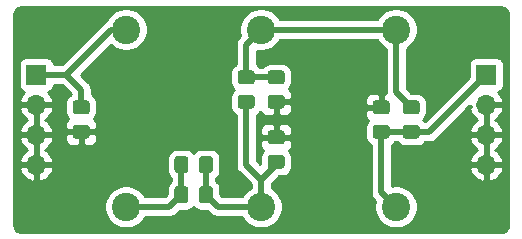
<source format=gbr>
%TF.GenerationSoftware,KiCad,Pcbnew,5.1.10*%
%TF.CreationDate,2021-06-16T13:21:42+02:00*%
%TF.ProjectId,filter,66696c74-6572-42e6-9b69-6361645f7063,rev?*%
%TF.SameCoordinates,Original*%
%TF.FileFunction,Copper,L1,Top*%
%TF.FilePolarity,Positive*%
%FSLAX46Y46*%
G04 Gerber Fmt 4.6, Leading zero omitted, Abs format (unit mm)*
G04 Created by KiCad (PCBNEW 5.1.10) date 2021-06-16 13:21:42*
%MOMM*%
%LPD*%
G01*
G04 APERTURE LIST*
%TA.AperFunction,ComponentPad*%
%ADD10C,2.400000*%
%TD*%
%TA.AperFunction,ComponentPad*%
%ADD11R,1.700000X1.700000*%
%TD*%
%TA.AperFunction,ComponentPad*%
%ADD12O,1.700000X1.700000*%
%TD*%
%TA.AperFunction,ViaPad*%
%ADD13C,0.800000*%
%TD*%
%TA.AperFunction,Conductor*%
%ADD14C,0.500000*%
%TD*%
%TA.AperFunction,Conductor*%
%ADD15C,0.254000*%
%TD*%
%TA.AperFunction,Conductor*%
%ADD16C,0.100000*%
%TD*%
G04 APERTURE END LIST*
D10*
%TO.P,L1,2*%
%TO.N,Net-(C1-Pad2)*%
X170180000Y-92470000D03*
%TO.P,L1,1*%
%TO.N,Net-(C1-Pad1)*%
X170180000Y-77470000D03*
%TD*%
%TO.P,C2,1*%
%TO.N,GND*%
%TA.AperFunction,SMDPad,CuDef*%
G36*
G01*
X168435000Y-83465000D02*
X169385000Y-83465000D01*
G75*
G02*
X169635000Y-83715000I0J-250000D01*
G01*
X169635000Y-84390000D01*
G75*
G02*
X169385000Y-84640000I-250000J0D01*
G01*
X168435000Y-84640000D01*
G75*
G02*
X168185000Y-84390000I0J250000D01*
G01*
X168185000Y-83715000D01*
G75*
G02*
X168435000Y-83465000I250000J0D01*
G01*
G37*
%TD.AperFunction*%
%TO.P,C2,2*%
%TO.N,Net-(C1-Pad2)*%
%TA.AperFunction,SMDPad,CuDef*%
G36*
G01*
X168435000Y-85540000D02*
X169385000Y-85540000D01*
G75*
G02*
X169635000Y-85790000I0J-250000D01*
G01*
X169635000Y-86465000D01*
G75*
G02*
X169385000Y-86715000I-250000J0D01*
G01*
X168435000Y-86715000D01*
G75*
G02*
X168185000Y-86465000I0J250000D01*
G01*
X168185000Y-85790000D01*
G75*
G02*
X168435000Y-85540000I250000J0D01*
G01*
G37*
%TD.AperFunction*%
%TD*%
%TO.P,C1,2*%
%TO.N,Net-(C1-Pad2)*%
%TA.AperFunction,SMDPad,CuDef*%
G36*
G01*
X170975000Y-85540000D02*
X171925000Y-85540000D01*
G75*
G02*
X172175000Y-85790000I0J-250000D01*
G01*
X172175000Y-86465000D01*
G75*
G02*
X171925000Y-86715000I-250000J0D01*
G01*
X170975000Y-86715000D01*
G75*
G02*
X170725000Y-86465000I0J250000D01*
G01*
X170725000Y-85790000D01*
G75*
G02*
X170975000Y-85540000I250000J0D01*
G01*
G37*
%TD.AperFunction*%
%TO.P,C1,1*%
%TO.N,Net-(C1-Pad1)*%
%TA.AperFunction,SMDPad,CuDef*%
G36*
G01*
X170975000Y-83465000D02*
X171925000Y-83465000D01*
G75*
G02*
X172175000Y-83715000I0J-250000D01*
G01*
X172175000Y-84390000D01*
G75*
G02*
X171925000Y-84640000I-250000J0D01*
G01*
X170975000Y-84640000D01*
G75*
G02*
X170725000Y-84390000I0J250000D01*
G01*
X170725000Y-83715000D01*
G75*
G02*
X170975000Y-83465000I250000J0D01*
G01*
G37*
%TD.AperFunction*%
%TD*%
%TO.P,L101,1*%
%TO.N,Net-(C104-Pad1)*%
X147320000Y-77470000D03*
%TO.P,L101,2*%
%TO.N,Net-(C101-Pad2)*%
X147320000Y-92470000D03*
%TD*%
%TO.P,C101,1*%
%TO.N,Net-(C101-Pad1)*%
%TA.AperFunction,SMDPad,CuDef*%
G36*
G01*
X154660000Y-90965000D02*
X154660000Y-91915000D01*
G75*
G02*
X154410000Y-92165000I-250000J0D01*
G01*
X153735000Y-92165000D01*
G75*
G02*
X153485000Y-91915000I0J250000D01*
G01*
X153485000Y-90965000D01*
G75*
G02*
X153735000Y-90715000I250000J0D01*
G01*
X154410000Y-90715000D01*
G75*
G02*
X154660000Y-90965000I0J-250000D01*
G01*
G37*
%TD.AperFunction*%
%TO.P,C101,2*%
%TO.N,Net-(C101-Pad2)*%
%TA.AperFunction,SMDPad,CuDef*%
G36*
G01*
X152585000Y-90965000D02*
X152585000Y-91915000D01*
G75*
G02*
X152335000Y-92165000I-250000J0D01*
G01*
X151660000Y-92165000D01*
G75*
G02*
X151410000Y-91915000I0J250000D01*
G01*
X151410000Y-90965000D01*
G75*
G02*
X151660000Y-90715000I250000J0D01*
G01*
X152335000Y-90715000D01*
G75*
G02*
X152585000Y-90965000I0J-250000D01*
G01*
G37*
%TD.AperFunction*%
%TD*%
%TO.P,C102,1*%
%TO.N,Net-(C101-Pad1)*%
%TA.AperFunction,SMDPad,CuDef*%
G36*
G01*
X157955000Y-84175000D02*
X157005000Y-84175000D01*
G75*
G02*
X156755000Y-83925000I0J250000D01*
G01*
X156755000Y-83250000D01*
G75*
G02*
X157005000Y-83000000I250000J0D01*
G01*
X157955000Y-83000000D01*
G75*
G02*
X158205000Y-83250000I0J-250000D01*
G01*
X158205000Y-83925000D01*
G75*
G02*
X157955000Y-84175000I-250000J0D01*
G01*
G37*
%TD.AperFunction*%
%TO.P,C102,2*%
%TO.N,Net-(C1-Pad1)*%
%TA.AperFunction,SMDPad,CuDef*%
G36*
G01*
X157955000Y-82100000D02*
X157005000Y-82100000D01*
G75*
G02*
X156755000Y-81850000I0J250000D01*
G01*
X156755000Y-81175000D01*
G75*
G02*
X157005000Y-80925000I250000J0D01*
G01*
X157955000Y-80925000D01*
G75*
G02*
X158205000Y-81175000I0J-250000D01*
G01*
X158205000Y-81850000D01*
G75*
G02*
X157955000Y-82100000I-250000J0D01*
G01*
G37*
%TD.AperFunction*%
%TD*%
%TO.P,C103,2*%
%TO.N,Net-(C101-Pad2)*%
%TA.AperFunction,SMDPad,CuDef*%
G36*
G01*
X152585000Y-88425000D02*
X152585000Y-89375000D01*
G75*
G02*
X152335000Y-89625000I-250000J0D01*
G01*
X151660000Y-89625000D01*
G75*
G02*
X151410000Y-89375000I0J250000D01*
G01*
X151410000Y-88425000D01*
G75*
G02*
X151660000Y-88175000I250000J0D01*
G01*
X152335000Y-88175000D01*
G75*
G02*
X152585000Y-88425000I0J-250000D01*
G01*
G37*
%TD.AperFunction*%
%TO.P,C103,1*%
%TO.N,Net-(C101-Pad1)*%
%TA.AperFunction,SMDPad,CuDef*%
G36*
G01*
X154660000Y-88425000D02*
X154660000Y-89375000D01*
G75*
G02*
X154410000Y-89625000I-250000J0D01*
G01*
X153735000Y-89625000D01*
G75*
G02*
X153485000Y-89375000I0J250000D01*
G01*
X153485000Y-88425000D01*
G75*
G02*
X153735000Y-88175000I250000J0D01*
G01*
X154410000Y-88175000D01*
G75*
G02*
X154660000Y-88425000I0J-250000D01*
G01*
G37*
%TD.AperFunction*%
%TD*%
%TO.P,C104,1*%
%TO.N,Net-(C104-Pad1)*%
%TA.AperFunction,SMDPad,CuDef*%
G36*
G01*
X143035000Y-83465000D02*
X143985000Y-83465000D01*
G75*
G02*
X144235000Y-83715000I0J-250000D01*
G01*
X144235000Y-84390000D01*
G75*
G02*
X143985000Y-84640000I-250000J0D01*
G01*
X143035000Y-84640000D01*
G75*
G02*
X142785000Y-84390000I0J250000D01*
G01*
X142785000Y-83715000D01*
G75*
G02*
X143035000Y-83465000I250000J0D01*
G01*
G37*
%TD.AperFunction*%
%TO.P,C104,2*%
%TO.N,GND*%
%TA.AperFunction,SMDPad,CuDef*%
G36*
G01*
X143035000Y-85540000D02*
X143985000Y-85540000D01*
G75*
G02*
X144235000Y-85790000I0J-250000D01*
G01*
X144235000Y-86465000D01*
G75*
G02*
X143985000Y-86715000I-250000J0D01*
G01*
X143035000Y-86715000D01*
G75*
G02*
X142785000Y-86465000I0J250000D01*
G01*
X142785000Y-85790000D01*
G75*
G02*
X143035000Y-85540000I250000J0D01*
G01*
G37*
%TD.AperFunction*%
%TD*%
%TO.P,C105,2*%
%TO.N,Net-(C101-Pad1)*%
%TA.AperFunction,SMDPad,CuDef*%
G36*
G01*
X159545000Y-88080000D02*
X160495000Y-88080000D01*
G75*
G02*
X160745000Y-88330000I0J-250000D01*
G01*
X160745000Y-89005000D01*
G75*
G02*
X160495000Y-89255000I-250000J0D01*
G01*
X159545000Y-89255000D01*
G75*
G02*
X159295000Y-89005000I0J250000D01*
G01*
X159295000Y-88330000D01*
G75*
G02*
X159545000Y-88080000I250000J0D01*
G01*
G37*
%TD.AperFunction*%
%TO.P,C105,1*%
%TO.N,GND*%
%TA.AperFunction,SMDPad,CuDef*%
G36*
G01*
X159545000Y-86005000D02*
X160495000Y-86005000D01*
G75*
G02*
X160745000Y-86255000I0J-250000D01*
G01*
X160745000Y-86930000D01*
G75*
G02*
X160495000Y-87180000I-250000J0D01*
G01*
X159545000Y-87180000D01*
G75*
G02*
X159295000Y-86930000I0J250000D01*
G01*
X159295000Y-86255000D01*
G75*
G02*
X159545000Y-86005000I250000J0D01*
G01*
G37*
%TD.AperFunction*%
%TD*%
%TO.P,C106,2*%
%TO.N,Net-(C1-Pad1)*%
%TA.AperFunction,SMDPad,CuDef*%
G36*
G01*
X160495000Y-82100000D02*
X159545000Y-82100000D01*
G75*
G02*
X159295000Y-81850000I0J250000D01*
G01*
X159295000Y-81175000D01*
G75*
G02*
X159545000Y-80925000I250000J0D01*
G01*
X160495000Y-80925000D01*
G75*
G02*
X160745000Y-81175000I0J-250000D01*
G01*
X160745000Y-81850000D01*
G75*
G02*
X160495000Y-82100000I-250000J0D01*
G01*
G37*
%TD.AperFunction*%
%TO.P,C106,1*%
%TO.N,GND*%
%TA.AperFunction,SMDPad,CuDef*%
G36*
G01*
X160495000Y-84175000D02*
X159545000Y-84175000D01*
G75*
G02*
X159295000Y-83925000I0J250000D01*
G01*
X159295000Y-83250000D01*
G75*
G02*
X159545000Y-83000000I250000J0D01*
G01*
X160495000Y-83000000D01*
G75*
G02*
X160745000Y-83250000I0J-250000D01*
G01*
X160745000Y-83925000D01*
G75*
G02*
X160495000Y-84175000I-250000J0D01*
G01*
G37*
%TD.AperFunction*%
%TD*%
D11*
%TO.P,J101,1*%
%TO.N,Net-(C104-Pad1)*%
X139700000Y-81280000D03*
D12*
%TO.P,J101,2*%
%TO.N,GND*%
X139700000Y-83820000D03*
%TO.P,J101,3*%
X139700000Y-86360000D03*
%TO.P,J101,4*%
X139700000Y-88900000D03*
%TD*%
%TO.P,J102,4*%
%TO.N,GND*%
X177800000Y-88900000D03*
%TO.P,J102,3*%
X177800000Y-86360000D03*
%TO.P,J102,2*%
X177800000Y-83820000D03*
D11*
%TO.P,J102,1*%
%TO.N,Net-(C1-Pad2)*%
X177800000Y-81280000D03*
%TD*%
D10*
%TO.P,L102,2*%
%TO.N,Net-(C1-Pad1)*%
X158750000Y-77470000D03*
%TO.P,L102,1*%
%TO.N,Net-(C101-Pad1)*%
X158750000Y-92470000D03*
%TD*%
D13*
%TO.N,GND*%
X177800000Y-77470000D03*
X177800000Y-92710000D03*
X139700000Y-92710000D03*
X139700000Y-77470000D03*
X149860000Y-77470000D03*
X144780000Y-92710000D03*
X154940000Y-77470000D03*
X162560000Y-92710000D03*
X167640000Y-92710000D03*
X172720000Y-77470000D03*
%TD*%
D14*
%TO.N,Net-(C101-Pad1)*%
X154072500Y-88900000D02*
X154072500Y-91440000D01*
X155102500Y-92470000D02*
X154072500Y-91440000D01*
X158750000Y-90170000D02*
X158750000Y-92470000D01*
X157480000Y-88900000D02*
X158750000Y-90170000D01*
X157480000Y-83587500D02*
X157480000Y-88900000D01*
X158750000Y-90170000D02*
X160020000Y-88900000D01*
X160020000Y-88900000D02*
X160020000Y-88667500D01*
X158750000Y-92470000D02*
X155102500Y-92470000D01*
%TO.N,Net-(C101-Pad2)*%
X150967500Y-92470000D02*
X151997500Y-91440000D01*
X151997500Y-88900000D02*
X151997500Y-91440000D01*
X147320000Y-92470000D02*
X150967500Y-92470000D01*
%TO.N,Net-(C1-Pad1)*%
X157480000Y-78740000D02*
X158750000Y-77470000D01*
X157480000Y-81512500D02*
X157480000Y-78740000D01*
X157480000Y-81512500D02*
X160020000Y-81512500D01*
%TO.N,Net-(C104-Pad1)*%
X143510000Y-82550000D02*
X143510000Y-84052500D01*
X142240000Y-81280000D02*
X143510000Y-82550000D01*
X139700000Y-81280000D02*
X142240000Y-81280000D01*
X146050000Y-77470000D02*
X147320000Y-77470000D01*
X142240000Y-81280000D02*
X146050000Y-77470000D01*
%TO.N,Net-(C1-Pad2)*%
X168910000Y-86127500D02*
X171450000Y-86127500D01*
X168910000Y-91200000D02*
X170180000Y-92470000D01*
X168910000Y-86127500D02*
X168910000Y-91200000D01*
X172952500Y-86127500D02*
X177800000Y-81280000D01*
X171450000Y-86127500D02*
X172952500Y-86127500D01*
%TO.N,Net-(C1-Pad1)*%
X158750000Y-77470000D02*
X170180000Y-77470000D01*
X170180000Y-82782500D02*
X171450000Y-84052500D01*
X170180000Y-77470000D02*
X170180000Y-82782500D01*
%TD*%
D15*
%TO.N,GND*%
X179187869Y-75604722D02*
X179301246Y-75638953D01*
X179405819Y-75694555D01*
X179497596Y-75769407D01*
X179573091Y-75860664D01*
X179629419Y-75964844D01*
X179664440Y-76077976D01*
X179680001Y-76226031D01*
X179680000Y-93947721D01*
X179665278Y-94097869D01*
X179631047Y-94211246D01*
X179575446Y-94315817D01*
X179500594Y-94407595D01*
X179409335Y-94483091D01*
X179305160Y-94539419D01*
X179192024Y-94574440D01*
X179043979Y-94590000D01*
X138462279Y-94590000D01*
X138312131Y-94575278D01*
X138198754Y-94541047D01*
X138094183Y-94485446D01*
X138002405Y-94410594D01*
X137926909Y-94319335D01*
X137870581Y-94215160D01*
X137835560Y-94102024D01*
X137820000Y-93953979D01*
X137820000Y-92289268D01*
X145485000Y-92289268D01*
X145485000Y-92650732D01*
X145555518Y-93005250D01*
X145693844Y-93339199D01*
X145894662Y-93639744D01*
X146150256Y-93895338D01*
X146450801Y-94096156D01*
X146784750Y-94234482D01*
X147139268Y-94305000D01*
X147500732Y-94305000D01*
X147855250Y-94234482D01*
X148189199Y-94096156D01*
X148489744Y-93895338D01*
X148745338Y-93639744D01*
X148935598Y-93355000D01*
X150924031Y-93355000D01*
X150967500Y-93359281D01*
X151010969Y-93355000D01*
X151010977Y-93355000D01*
X151140990Y-93342195D01*
X151307813Y-93291589D01*
X151461559Y-93209411D01*
X151596317Y-93098817D01*
X151624034Y-93065044D01*
X151886006Y-92803072D01*
X152335000Y-92803072D01*
X152508254Y-92786008D01*
X152674850Y-92735472D01*
X152828386Y-92653405D01*
X152962962Y-92542962D01*
X153035000Y-92455183D01*
X153107038Y-92542962D01*
X153241614Y-92653405D01*
X153395150Y-92735472D01*
X153561746Y-92786008D01*
X153735000Y-92803072D01*
X154183993Y-92803072D01*
X154445970Y-93065049D01*
X154473683Y-93098817D01*
X154507451Y-93126530D01*
X154507453Y-93126532D01*
X154578952Y-93185210D01*
X154608441Y-93209411D01*
X154762187Y-93291589D01*
X154867761Y-93323615D01*
X154929009Y-93342195D01*
X154943806Y-93343652D01*
X155059023Y-93355000D01*
X155059031Y-93355000D01*
X155102500Y-93359281D01*
X155145969Y-93355000D01*
X157134402Y-93355000D01*
X157324662Y-93639744D01*
X157580256Y-93895338D01*
X157880801Y-94096156D01*
X158214750Y-94234482D01*
X158569268Y-94305000D01*
X158930732Y-94305000D01*
X159285250Y-94234482D01*
X159619199Y-94096156D01*
X159919744Y-93895338D01*
X160175338Y-93639744D01*
X160376156Y-93339199D01*
X160514482Y-93005250D01*
X160585000Y-92650732D01*
X160585000Y-92289268D01*
X160514482Y-91934750D01*
X160376156Y-91600801D01*
X160175338Y-91300256D01*
X159919744Y-91044662D01*
X159635000Y-90854402D01*
X159635000Y-90536578D01*
X160278507Y-89893072D01*
X160495000Y-89893072D01*
X160668254Y-89876008D01*
X160834850Y-89825472D01*
X160988386Y-89743405D01*
X161122962Y-89632962D01*
X161233405Y-89498386D01*
X161315472Y-89344850D01*
X161366008Y-89178254D01*
X161383072Y-89005000D01*
X161383072Y-88330000D01*
X161366008Y-88156746D01*
X161315472Y-87990150D01*
X161233405Y-87836614D01*
X161122962Y-87702038D01*
X161116406Y-87696658D01*
X161196185Y-87631185D01*
X161275537Y-87534494D01*
X161334502Y-87424180D01*
X161370812Y-87304482D01*
X161383072Y-87180000D01*
X161380000Y-86878250D01*
X161221250Y-86719500D01*
X160147000Y-86719500D01*
X160147000Y-86739500D01*
X159893000Y-86739500D01*
X159893000Y-86719500D01*
X158818750Y-86719500D01*
X158660000Y-86878250D01*
X158656928Y-87180000D01*
X158669188Y-87304482D01*
X158705498Y-87424180D01*
X158764463Y-87534494D01*
X158843815Y-87631185D01*
X158923594Y-87696658D01*
X158917038Y-87702038D01*
X158806595Y-87836614D01*
X158724528Y-87990150D01*
X158673992Y-88156746D01*
X158656928Y-88330000D01*
X158656928Y-88825350D01*
X158365000Y-88533422D01*
X158365000Y-86005000D01*
X158656928Y-86005000D01*
X158660000Y-86306750D01*
X158818750Y-86465500D01*
X159893000Y-86465500D01*
X159893000Y-85528750D01*
X160147000Y-85528750D01*
X160147000Y-86465500D01*
X161221250Y-86465500D01*
X161380000Y-86306750D01*
X161383072Y-86005000D01*
X161370812Y-85880518D01*
X161334502Y-85760820D01*
X161275537Y-85650506D01*
X161196185Y-85553815D01*
X161099494Y-85474463D01*
X160989180Y-85415498D01*
X160869482Y-85379188D01*
X160745000Y-85366928D01*
X160305750Y-85370000D01*
X160147000Y-85528750D01*
X159893000Y-85528750D01*
X159734250Y-85370000D01*
X159295000Y-85366928D01*
X159170518Y-85379188D01*
X159050820Y-85415498D01*
X158940506Y-85474463D01*
X158843815Y-85553815D01*
X158764463Y-85650506D01*
X158705498Y-85760820D01*
X158669188Y-85880518D01*
X158656928Y-86005000D01*
X158365000Y-86005000D01*
X158365000Y-84707976D01*
X158448386Y-84663405D01*
X158582962Y-84552962D01*
X158693405Y-84418386D01*
X158700966Y-84404240D01*
X158705498Y-84419180D01*
X158764463Y-84529494D01*
X158843815Y-84626185D01*
X158940506Y-84705537D01*
X159050820Y-84764502D01*
X159170518Y-84800812D01*
X159295000Y-84813072D01*
X159734250Y-84810000D01*
X159893000Y-84651250D01*
X159893000Y-83714500D01*
X160147000Y-83714500D01*
X160147000Y-84651250D01*
X160305750Y-84810000D01*
X160745000Y-84813072D01*
X160869482Y-84800812D01*
X160989180Y-84764502D01*
X161099494Y-84705537D01*
X161196185Y-84626185D01*
X161275537Y-84529494D01*
X161334502Y-84419180D01*
X161370812Y-84299482D01*
X161383072Y-84175000D01*
X161380000Y-83873250D01*
X161221250Y-83714500D01*
X160147000Y-83714500D01*
X159893000Y-83714500D01*
X159873000Y-83714500D01*
X159873000Y-83465000D01*
X167546928Y-83465000D01*
X167550000Y-83766750D01*
X167708750Y-83925500D01*
X168783000Y-83925500D01*
X168783000Y-82988750D01*
X168624250Y-82830000D01*
X168185000Y-82826928D01*
X168060518Y-82839188D01*
X167940820Y-82875498D01*
X167830506Y-82934463D01*
X167733815Y-83013815D01*
X167654463Y-83110506D01*
X167595498Y-83220820D01*
X167559188Y-83340518D01*
X167546928Y-83465000D01*
X159873000Y-83465000D01*
X159873000Y-83460500D01*
X159893000Y-83460500D01*
X159893000Y-83440500D01*
X160147000Y-83440500D01*
X160147000Y-83460500D01*
X161221250Y-83460500D01*
X161380000Y-83301750D01*
X161383072Y-83000000D01*
X161370812Y-82875518D01*
X161334502Y-82755820D01*
X161275537Y-82645506D01*
X161196185Y-82548815D01*
X161116406Y-82483342D01*
X161122962Y-82477962D01*
X161233405Y-82343386D01*
X161315472Y-82189850D01*
X161366008Y-82023254D01*
X161383072Y-81850000D01*
X161383072Y-81175000D01*
X161366008Y-81001746D01*
X161315472Y-80835150D01*
X161233405Y-80681614D01*
X161122962Y-80547038D01*
X160988386Y-80436595D01*
X160834850Y-80354528D01*
X160668254Y-80303992D01*
X160495000Y-80286928D01*
X159545000Y-80286928D01*
X159371746Y-80303992D01*
X159205150Y-80354528D01*
X159051614Y-80436595D01*
X158917038Y-80547038D01*
X158851005Y-80627500D01*
X158648995Y-80627500D01*
X158582962Y-80547038D01*
X158448386Y-80436595D01*
X158365000Y-80392024D01*
X158365000Y-79264369D01*
X158569268Y-79305000D01*
X158930732Y-79305000D01*
X159285250Y-79234482D01*
X159619199Y-79096156D01*
X159919744Y-78895338D01*
X160175338Y-78639744D01*
X160365598Y-78355000D01*
X168564402Y-78355000D01*
X168754662Y-78639744D01*
X169010256Y-78895338D01*
X169295000Y-79085598D01*
X169295001Y-82739021D01*
X169290719Y-82782500D01*
X169295328Y-82829304D01*
X169195750Y-82830000D01*
X169037000Y-82988750D01*
X169037000Y-83925500D01*
X169057000Y-83925500D01*
X169057000Y-84179500D01*
X169037000Y-84179500D01*
X169037000Y-84199500D01*
X168783000Y-84199500D01*
X168783000Y-84179500D01*
X167708750Y-84179500D01*
X167550000Y-84338250D01*
X167546928Y-84640000D01*
X167559188Y-84764482D01*
X167595498Y-84884180D01*
X167654463Y-84994494D01*
X167733815Y-85091185D01*
X167813594Y-85156658D01*
X167807038Y-85162038D01*
X167696595Y-85296614D01*
X167614528Y-85450150D01*
X167563992Y-85616746D01*
X167546928Y-85790000D01*
X167546928Y-86465000D01*
X167563992Y-86638254D01*
X167614528Y-86804850D01*
X167696595Y-86958386D01*
X167807038Y-87092962D01*
X167941614Y-87203405D01*
X168025000Y-87247976D01*
X168025001Y-91156521D01*
X168020719Y-91200000D01*
X168037805Y-91373490D01*
X168088412Y-91540313D01*
X168170590Y-91694059D01*
X168253468Y-91795046D01*
X168253471Y-91795049D01*
X168281184Y-91828817D01*
X168314951Y-91856529D01*
X168411811Y-91953389D01*
X168345000Y-92289268D01*
X168345000Y-92650732D01*
X168415518Y-93005250D01*
X168553844Y-93339199D01*
X168754662Y-93639744D01*
X169010256Y-93895338D01*
X169310801Y-94096156D01*
X169644750Y-94234482D01*
X169999268Y-94305000D01*
X170360732Y-94305000D01*
X170715250Y-94234482D01*
X171049199Y-94096156D01*
X171349744Y-93895338D01*
X171605338Y-93639744D01*
X171806156Y-93339199D01*
X171944482Y-93005250D01*
X172015000Y-92650732D01*
X172015000Y-92289268D01*
X171944482Y-91934750D01*
X171806156Y-91600801D01*
X171605338Y-91300256D01*
X171349744Y-91044662D01*
X171049199Y-90843844D01*
X170715250Y-90705518D01*
X170360732Y-90635000D01*
X169999268Y-90635000D01*
X169795000Y-90675631D01*
X169795000Y-89256890D01*
X176358524Y-89256890D01*
X176403175Y-89404099D01*
X176528359Y-89666920D01*
X176702412Y-89900269D01*
X176918645Y-90095178D01*
X177168748Y-90244157D01*
X177443109Y-90341481D01*
X177673000Y-90220814D01*
X177673000Y-89027000D01*
X177927000Y-89027000D01*
X177927000Y-90220814D01*
X178156891Y-90341481D01*
X178431252Y-90244157D01*
X178681355Y-90095178D01*
X178897588Y-89900269D01*
X179071641Y-89666920D01*
X179196825Y-89404099D01*
X179241476Y-89256890D01*
X179120155Y-89027000D01*
X177927000Y-89027000D01*
X177673000Y-89027000D01*
X176479845Y-89027000D01*
X176358524Y-89256890D01*
X169795000Y-89256890D01*
X169795000Y-87247976D01*
X169878386Y-87203405D01*
X170012962Y-87092962D01*
X170078995Y-87012500D01*
X170281005Y-87012500D01*
X170347038Y-87092962D01*
X170481614Y-87203405D01*
X170635150Y-87285472D01*
X170801746Y-87336008D01*
X170975000Y-87353072D01*
X171925000Y-87353072D01*
X172098254Y-87336008D01*
X172264850Y-87285472D01*
X172418386Y-87203405D01*
X172552962Y-87092962D01*
X172618995Y-87012500D01*
X172909031Y-87012500D01*
X172952500Y-87016781D01*
X172995969Y-87012500D01*
X172995977Y-87012500D01*
X173125990Y-86999695D01*
X173292813Y-86949089D01*
X173446559Y-86866911D01*
X173581317Y-86756317D01*
X173609034Y-86722544D01*
X173614688Y-86716890D01*
X176358524Y-86716890D01*
X176403175Y-86864099D01*
X176528359Y-87126920D01*
X176702412Y-87360269D01*
X176918645Y-87555178D01*
X177044255Y-87630000D01*
X176918645Y-87704822D01*
X176702412Y-87899731D01*
X176528359Y-88133080D01*
X176403175Y-88395901D01*
X176358524Y-88543110D01*
X176479845Y-88773000D01*
X177673000Y-88773000D01*
X177673000Y-86487000D01*
X177927000Y-86487000D01*
X177927000Y-88773000D01*
X179120155Y-88773000D01*
X179241476Y-88543110D01*
X179196825Y-88395901D01*
X179071641Y-88133080D01*
X178897588Y-87899731D01*
X178681355Y-87704822D01*
X178555745Y-87630000D01*
X178681355Y-87555178D01*
X178897588Y-87360269D01*
X179071641Y-87126920D01*
X179196825Y-86864099D01*
X179241476Y-86716890D01*
X179120155Y-86487000D01*
X177927000Y-86487000D01*
X177673000Y-86487000D01*
X176479845Y-86487000D01*
X176358524Y-86716890D01*
X173614688Y-86716890D01*
X176384577Y-83947002D01*
X176479844Y-83947002D01*
X176358524Y-84176890D01*
X176403175Y-84324099D01*
X176528359Y-84586920D01*
X176702412Y-84820269D01*
X176918645Y-85015178D01*
X177044255Y-85090000D01*
X176918645Y-85164822D01*
X176702412Y-85359731D01*
X176528359Y-85593080D01*
X176403175Y-85855901D01*
X176358524Y-86003110D01*
X176479845Y-86233000D01*
X177673000Y-86233000D01*
X177673000Y-83947000D01*
X177927000Y-83947000D01*
X177927000Y-86233000D01*
X179120155Y-86233000D01*
X179241476Y-86003110D01*
X179196825Y-85855901D01*
X179071641Y-85593080D01*
X178897588Y-85359731D01*
X178681355Y-85164822D01*
X178555745Y-85090000D01*
X178681355Y-85015178D01*
X178897588Y-84820269D01*
X179071641Y-84586920D01*
X179196825Y-84324099D01*
X179241476Y-84176890D01*
X179120155Y-83947000D01*
X177927000Y-83947000D01*
X177673000Y-83947000D01*
X177653000Y-83947000D01*
X177653000Y-83693000D01*
X177673000Y-83693000D01*
X177673000Y-83673000D01*
X177927000Y-83673000D01*
X177927000Y-83693000D01*
X179120155Y-83693000D01*
X179241476Y-83463110D01*
X179196825Y-83315901D01*
X179071641Y-83053080D01*
X178897588Y-82819731D01*
X178813534Y-82743966D01*
X178894180Y-82719502D01*
X179004494Y-82660537D01*
X179101185Y-82581185D01*
X179180537Y-82484494D01*
X179239502Y-82374180D01*
X179275812Y-82254482D01*
X179288072Y-82130000D01*
X179288072Y-80430000D01*
X179275812Y-80305518D01*
X179239502Y-80185820D01*
X179180537Y-80075506D01*
X179101185Y-79978815D01*
X179004494Y-79899463D01*
X178894180Y-79840498D01*
X178774482Y-79804188D01*
X178650000Y-79791928D01*
X176950000Y-79791928D01*
X176825518Y-79804188D01*
X176705820Y-79840498D01*
X176595506Y-79899463D01*
X176498815Y-79978815D01*
X176419463Y-80075506D01*
X176360498Y-80185820D01*
X176324188Y-80305518D01*
X176311928Y-80430000D01*
X176311928Y-81516493D01*
X172604087Y-85224335D01*
X172552962Y-85162038D01*
X172465183Y-85090000D01*
X172552962Y-85017962D01*
X172663405Y-84883386D01*
X172745472Y-84729850D01*
X172796008Y-84563254D01*
X172813072Y-84390000D01*
X172813072Y-83715000D01*
X172796008Y-83541746D01*
X172745472Y-83375150D01*
X172663405Y-83221614D01*
X172552962Y-83087038D01*
X172418386Y-82976595D01*
X172264850Y-82894528D01*
X172098254Y-82843992D01*
X171925000Y-82826928D01*
X171476007Y-82826928D01*
X171065000Y-82415922D01*
X171065000Y-79085598D01*
X171349744Y-78895338D01*
X171605338Y-78639744D01*
X171806156Y-78339199D01*
X171944482Y-78005250D01*
X172015000Y-77650732D01*
X172015000Y-77289268D01*
X171944482Y-76934750D01*
X171806156Y-76600801D01*
X171605338Y-76300256D01*
X171349744Y-76044662D01*
X171049199Y-75843844D01*
X170715250Y-75705518D01*
X170360732Y-75635000D01*
X169999268Y-75635000D01*
X169644750Y-75705518D01*
X169310801Y-75843844D01*
X169010256Y-76044662D01*
X168754662Y-76300256D01*
X168564402Y-76585000D01*
X160365598Y-76585000D01*
X160175338Y-76300256D01*
X159919744Y-76044662D01*
X159619199Y-75843844D01*
X159285250Y-75705518D01*
X158930732Y-75635000D01*
X158569268Y-75635000D01*
X158214750Y-75705518D01*
X157880801Y-75843844D01*
X157580256Y-76044662D01*
X157324662Y-76300256D01*
X157123844Y-76600801D01*
X156985518Y-76934750D01*
X156915000Y-77289268D01*
X156915000Y-77650732D01*
X156981811Y-77986611D01*
X156884951Y-78083471D01*
X156851184Y-78111183D01*
X156823471Y-78144951D01*
X156823468Y-78144954D01*
X156740590Y-78245941D01*
X156658412Y-78399687D01*
X156607805Y-78566510D01*
X156590719Y-78740000D01*
X156595001Y-78783479D01*
X156595000Y-80392024D01*
X156511614Y-80436595D01*
X156377038Y-80547038D01*
X156266595Y-80681614D01*
X156184528Y-80835150D01*
X156133992Y-81001746D01*
X156116928Y-81175000D01*
X156116928Y-81850000D01*
X156133992Y-82023254D01*
X156184528Y-82189850D01*
X156266595Y-82343386D01*
X156377038Y-82477962D01*
X156464817Y-82550000D01*
X156377038Y-82622038D01*
X156266595Y-82756614D01*
X156184528Y-82910150D01*
X156133992Y-83076746D01*
X156116928Y-83250000D01*
X156116928Y-83925000D01*
X156133992Y-84098254D01*
X156184528Y-84264850D01*
X156266595Y-84418386D01*
X156377038Y-84552962D01*
X156511614Y-84663405D01*
X156595000Y-84707976D01*
X156595001Y-88856521D01*
X156590719Y-88900000D01*
X156607805Y-89073490D01*
X156658412Y-89240313D01*
X156740590Y-89394059D01*
X156823468Y-89495046D01*
X156823469Y-89495047D01*
X156851184Y-89528817D01*
X156884951Y-89556529D01*
X157865000Y-90536579D01*
X157865000Y-90854402D01*
X157580256Y-91044662D01*
X157324662Y-91300256D01*
X157134402Y-91585000D01*
X155469079Y-91585000D01*
X155298072Y-91413993D01*
X155298072Y-90965000D01*
X155281008Y-90791746D01*
X155230472Y-90625150D01*
X155148405Y-90471614D01*
X155037962Y-90337038D01*
X154957500Y-90271005D01*
X154957500Y-90068995D01*
X155037962Y-90002962D01*
X155148405Y-89868386D01*
X155230472Y-89714850D01*
X155281008Y-89548254D01*
X155298072Y-89375000D01*
X155298072Y-88425000D01*
X155281008Y-88251746D01*
X155230472Y-88085150D01*
X155148405Y-87931614D01*
X155037962Y-87797038D01*
X154903386Y-87686595D01*
X154749850Y-87604528D01*
X154583254Y-87553992D01*
X154410000Y-87536928D01*
X153735000Y-87536928D01*
X153561746Y-87553992D01*
X153395150Y-87604528D01*
X153241614Y-87686595D01*
X153107038Y-87797038D01*
X153035000Y-87884817D01*
X152962962Y-87797038D01*
X152828386Y-87686595D01*
X152674850Y-87604528D01*
X152508254Y-87553992D01*
X152335000Y-87536928D01*
X151660000Y-87536928D01*
X151486746Y-87553992D01*
X151320150Y-87604528D01*
X151166614Y-87686595D01*
X151032038Y-87797038D01*
X150921595Y-87931614D01*
X150839528Y-88085150D01*
X150788992Y-88251746D01*
X150771928Y-88425000D01*
X150771928Y-89375000D01*
X150788992Y-89548254D01*
X150839528Y-89714850D01*
X150921595Y-89868386D01*
X151032038Y-90002962D01*
X151112500Y-90068995D01*
X151112501Y-90271005D01*
X151032038Y-90337038D01*
X150921595Y-90471614D01*
X150839528Y-90625150D01*
X150788992Y-90791746D01*
X150771928Y-90965000D01*
X150771928Y-91413994D01*
X150600922Y-91585000D01*
X148935598Y-91585000D01*
X148745338Y-91300256D01*
X148489744Y-91044662D01*
X148189199Y-90843844D01*
X147855250Y-90705518D01*
X147500732Y-90635000D01*
X147139268Y-90635000D01*
X146784750Y-90705518D01*
X146450801Y-90843844D01*
X146150256Y-91044662D01*
X145894662Y-91300256D01*
X145693844Y-91600801D01*
X145555518Y-91934750D01*
X145485000Y-92289268D01*
X137820000Y-92289268D01*
X137820000Y-89256890D01*
X138258524Y-89256890D01*
X138303175Y-89404099D01*
X138428359Y-89666920D01*
X138602412Y-89900269D01*
X138818645Y-90095178D01*
X139068748Y-90244157D01*
X139343109Y-90341481D01*
X139573000Y-90220814D01*
X139573000Y-89027000D01*
X139827000Y-89027000D01*
X139827000Y-90220814D01*
X140056891Y-90341481D01*
X140331252Y-90244157D01*
X140581355Y-90095178D01*
X140797588Y-89900269D01*
X140971641Y-89666920D01*
X141096825Y-89404099D01*
X141141476Y-89256890D01*
X141020155Y-89027000D01*
X139827000Y-89027000D01*
X139573000Y-89027000D01*
X138379845Y-89027000D01*
X138258524Y-89256890D01*
X137820000Y-89256890D01*
X137820000Y-86716890D01*
X138258524Y-86716890D01*
X138303175Y-86864099D01*
X138428359Y-87126920D01*
X138602412Y-87360269D01*
X138818645Y-87555178D01*
X138944255Y-87630000D01*
X138818645Y-87704822D01*
X138602412Y-87899731D01*
X138428359Y-88133080D01*
X138303175Y-88395901D01*
X138258524Y-88543110D01*
X138379845Y-88773000D01*
X139573000Y-88773000D01*
X139573000Y-86487000D01*
X139827000Y-86487000D01*
X139827000Y-88773000D01*
X141020155Y-88773000D01*
X141141476Y-88543110D01*
X141096825Y-88395901D01*
X140971641Y-88133080D01*
X140797588Y-87899731D01*
X140581355Y-87704822D01*
X140455745Y-87630000D01*
X140581355Y-87555178D01*
X140797588Y-87360269D01*
X140971641Y-87126920D01*
X141096825Y-86864099D01*
X141141476Y-86716890D01*
X141140479Y-86715000D01*
X142146928Y-86715000D01*
X142159188Y-86839482D01*
X142195498Y-86959180D01*
X142254463Y-87069494D01*
X142333815Y-87166185D01*
X142430506Y-87245537D01*
X142540820Y-87304502D01*
X142660518Y-87340812D01*
X142785000Y-87353072D01*
X143224250Y-87350000D01*
X143383000Y-87191250D01*
X143383000Y-86254500D01*
X143637000Y-86254500D01*
X143637000Y-87191250D01*
X143795750Y-87350000D01*
X144235000Y-87353072D01*
X144359482Y-87340812D01*
X144479180Y-87304502D01*
X144589494Y-87245537D01*
X144686185Y-87166185D01*
X144765537Y-87069494D01*
X144824502Y-86959180D01*
X144860812Y-86839482D01*
X144873072Y-86715000D01*
X144870000Y-86413250D01*
X144711250Y-86254500D01*
X143637000Y-86254500D01*
X143383000Y-86254500D01*
X142308750Y-86254500D01*
X142150000Y-86413250D01*
X142146928Y-86715000D01*
X141140479Y-86715000D01*
X141020155Y-86487000D01*
X139827000Y-86487000D01*
X139573000Y-86487000D01*
X138379845Y-86487000D01*
X138258524Y-86716890D01*
X137820000Y-86716890D01*
X137820000Y-84176890D01*
X138258524Y-84176890D01*
X138303175Y-84324099D01*
X138428359Y-84586920D01*
X138602412Y-84820269D01*
X138818645Y-85015178D01*
X138944255Y-85090000D01*
X138818645Y-85164822D01*
X138602412Y-85359731D01*
X138428359Y-85593080D01*
X138303175Y-85855901D01*
X138258524Y-86003110D01*
X138379845Y-86233000D01*
X139573000Y-86233000D01*
X139573000Y-83947000D01*
X139827000Y-83947000D01*
X139827000Y-86233000D01*
X141020155Y-86233000D01*
X141141476Y-86003110D01*
X141096825Y-85855901D01*
X140971641Y-85593080D01*
X140797588Y-85359731D01*
X140581355Y-85164822D01*
X140455745Y-85090000D01*
X140581355Y-85015178D01*
X140797588Y-84820269D01*
X140971641Y-84586920D01*
X141096825Y-84324099D01*
X141141476Y-84176890D01*
X141020155Y-83947000D01*
X139827000Y-83947000D01*
X139573000Y-83947000D01*
X138379845Y-83947000D01*
X138258524Y-84176890D01*
X137820000Y-84176890D01*
X137820000Y-80430000D01*
X138211928Y-80430000D01*
X138211928Y-82130000D01*
X138224188Y-82254482D01*
X138260498Y-82374180D01*
X138319463Y-82484494D01*
X138398815Y-82581185D01*
X138495506Y-82660537D01*
X138605820Y-82719502D01*
X138686466Y-82743966D01*
X138602412Y-82819731D01*
X138428359Y-83053080D01*
X138303175Y-83315901D01*
X138258524Y-83463110D01*
X138379845Y-83693000D01*
X139573000Y-83693000D01*
X139573000Y-83673000D01*
X139827000Y-83673000D01*
X139827000Y-83693000D01*
X141020155Y-83693000D01*
X141141476Y-83463110D01*
X141096825Y-83315901D01*
X140971641Y-83053080D01*
X140797588Y-82819731D01*
X140713534Y-82743966D01*
X140794180Y-82719502D01*
X140904494Y-82660537D01*
X141001185Y-82581185D01*
X141080537Y-82484494D01*
X141139502Y-82374180D01*
X141175812Y-82254482D01*
X141184625Y-82165000D01*
X141873422Y-82165000D01*
X142625000Y-82916579D01*
X142625000Y-82932024D01*
X142541614Y-82976595D01*
X142407038Y-83087038D01*
X142296595Y-83221614D01*
X142214528Y-83375150D01*
X142163992Y-83541746D01*
X142146928Y-83715000D01*
X142146928Y-84390000D01*
X142163992Y-84563254D01*
X142214528Y-84729850D01*
X142296595Y-84883386D01*
X142407038Y-85017962D01*
X142413594Y-85023342D01*
X142333815Y-85088815D01*
X142254463Y-85185506D01*
X142195498Y-85295820D01*
X142159188Y-85415518D01*
X142146928Y-85540000D01*
X142150000Y-85841750D01*
X142308750Y-86000500D01*
X143383000Y-86000500D01*
X143383000Y-85980500D01*
X143637000Y-85980500D01*
X143637000Y-86000500D01*
X144711250Y-86000500D01*
X144870000Y-85841750D01*
X144873072Y-85540000D01*
X144860812Y-85415518D01*
X144824502Y-85295820D01*
X144765537Y-85185506D01*
X144686185Y-85088815D01*
X144606406Y-85023342D01*
X144612962Y-85017962D01*
X144723405Y-84883386D01*
X144805472Y-84729850D01*
X144856008Y-84563254D01*
X144873072Y-84390000D01*
X144873072Y-83715000D01*
X144856008Y-83541746D01*
X144805472Y-83375150D01*
X144723405Y-83221614D01*
X144612962Y-83087038D01*
X144478386Y-82976595D01*
X144395000Y-82932024D01*
X144395000Y-82593465D01*
X144399281Y-82549999D01*
X144395000Y-82506533D01*
X144395000Y-82506523D01*
X144382195Y-82376510D01*
X144331589Y-82209687D01*
X144249411Y-82055941D01*
X144138817Y-81921183D01*
X144105050Y-81893471D01*
X143491578Y-81280000D01*
X146013248Y-78758330D01*
X146150256Y-78895338D01*
X146450801Y-79096156D01*
X146784750Y-79234482D01*
X147139268Y-79305000D01*
X147500732Y-79305000D01*
X147855250Y-79234482D01*
X148189199Y-79096156D01*
X148489744Y-78895338D01*
X148745338Y-78639744D01*
X148946156Y-78339199D01*
X149084482Y-78005250D01*
X149155000Y-77650732D01*
X149155000Y-77289268D01*
X149084482Y-76934750D01*
X148946156Y-76600801D01*
X148745338Y-76300256D01*
X148489744Y-76044662D01*
X148189199Y-75843844D01*
X147855250Y-75705518D01*
X147500732Y-75635000D01*
X147139268Y-75635000D01*
X146784750Y-75705518D01*
X146450801Y-75843844D01*
X146150256Y-76044662D01*
X145894662Y-76300256D01*
X145693844Y-76600801D01*
X145664011Y-76672825D01*
X145555941Y-76730589D01*
X145454953Y-76813468D01*
X145454951Y-76813470D01*
X145421183Y-76841183D01*
X145393470Y-76874951D01*
X141873422Y-80395000D01*
X141184625Y-80395000D01*
X141175812Y-80305518D01*
X141139502Y-80185820D01*
X141080537Y-80075506D01*
X141001185Y-79978815D01*
X140904494Y-79899463D01*
X140794180Y-79840498D01*
X140674482Y-79804188D01*
X140550000Y-79791928D01*
X138850000Y-79791928D01*
X138725518Y-79804188D01*
X138605820Y-79840498D01*
X138495506Y-79899463D01*
X138398815Y-79978815D01*
X138319463Y-80075506D01*
X138260498Y-80185820D01*
X138224188Y-80305518D01*
X138211928Y-80430000D01*
X137820000Y-80430000D01*
X137820000Y-76232279D01*
X137834722Y-76082131D01*
X137868953Y-75968754D01*
X137924555Y-75864181D01*
X137999407Y-75772404D01*
X138090664Y-75696909D01*
X138194844Y-75640581D01*
X138307976Y-75605560D01*
X138456022Y-75590000D01*
X179037721Y-75590000D01*
X179187869Y-75604722D01*
%TA.AperFunction,Conductor*%
D16*
G36*
X179187869Y-75604722D02*
G01*
X179301246Y-75638953D01*
X179405819Y-75694555D01*
X179497596Y-75769407D01*
X179573091Y-75860664D01*
X179629419Y-75964844D01*
X179664440Y-76077976D01*
X179680001Y-76226031D01*
X179680000Y-93947721D01*
X179665278Y-94097869D01*
X179631047Y-94211246D01*
X179575446Y-94315817D01*
X179500594Y-94407595D01*
X179409335Y-94483091D01*
X179305160Y-94539419D01*
X179192024Y-94574440D01*
X179043979Y-94590000D01*
X138462279Y-94590000D01*
X138312131Y-94575278D01*
X138198754Y-94541047D01*
X138094183Y-94485446D01*
X138002405Y-94410594D01*
X137926909Y-94319335D01*
X137870581Y-94215160D01*
X137835560Y-94102024D01*
X137820000Y-93953979D01*
X137820000Y-92289268D01*
X145485000Y-92289268D01*
X145485000Y-92650732D01*
X145555518Y-93005250D01*
X145693844Y-93339199D01*
X145894662Y-93639744D01*
X146150256Y-93895338D01*
X146450801Y-94096156D01*
X146784750Y-94234482D01*
X147139268Y-94305000D01*
X147500732Y-94305000D01*
X147855250Y-94234482D01*
X148189199Y-94096156D01*
X148489744Y-93895338D01*
X148745338Y-93639744D01*
X148935598Y-93355000D01*
X150924031Y-93355000D01*
X150967500Y-93359281D01*
X151010969Y-93355000D01*
X151010977Y-93355000D01*
X151140990Y-93342195D01*
X151307813Y-93291589D01*
X151461559Y-93209411D01*
X151596317Y-93098817D01*
X151624034Y-93065044D01*
X151886006Y-92803072D01*
X152335000Y-92803072D01*
X152508254Y-92786008D01*
X152674850Y-92735472D01*
X152828386Y-92653405D01*
X152962962Y-92542962D01*
X153035000Y-92455183D01*
X153107038Y-92542962D01*
X153241614Y-92653405D01*
X153395150Y-92735472D01*
X153561746Y-92786008D01*
X153735000Y-92803072D01*
X154183993Y-92803072D01*
X154445970Y-93065049D01*
X154473683Y-93098817D01*
X154507451Y-93126530D01*
X154507453Y-93126532D01*
X154578952Y-93185210D01*
X154608441Y-93209411D01*
X154762187Y-93291589D01*
X154867761Y-93323615D01*
X154929009Y-93342195D01*
X154943806Y-93343652D01*
X155059023Y-93355000D01*
X155059031Y-93355000D01*
X155102500Y-93359281D01*
X155145969Y-93355000D01*
X157134402Y-93355000D01*
X157324662Y-93639744D01*
X157580256Y-93895338D01*
X157880801Y-94096156D01*
X158214750Y-94234482D01*
X158569268Y-94305000D01*
X158930732Y-94305000D01*
X159285250Y-94234482D01*
X159619199Y-94096156D01*
X159919744Y-93895338D01*
X160175338Y-93639744D01*
X160376156Y-93339199D01*
X160514482Y-93005250D01*
X160585000Y-92650732D01*
X160585000Y-92289268D01*
X160514482Y-91934750D01*
X160376156Y-91600801D01*
X160175338Y-91300256D01*
X159919744Y-91044662D01*
X159635000Y-90854402D01*
X159635000Y-90536578D01*
X160278507Y-89893072D01*
X160495000Y-89893072D01*
X160668254Y-89876008D01*
X160834850Y-89825472D01*
X160988386Y-89743405D01*
X161122962Y-89632962D01*
X161233405Y-89498386D01*
X161315472Y-89344850D01*
X161366008Y-89178254D01*
X161383072Y-89005000D01*
X161383072Y-88330000D01*
X161366008Y-88156746D01*
X161315472Y-87990150D01*
X161233405Y-87836614D01*
X161122962Y-87702038D01*
X161116406Y-87696658D01*
X161196185Y-87631185D01*
X161275537Y-87534494D01*
X161334502Y-87424180D01*
X161370812Y-87304482D01*
X161383072Y-87180000D01*
X161380000Y-86878250D01*
X161221250Y-86719500D01*
X160147000Y-86719500D01*
X160147000Y-86739500D01*
X159893000Y-86739500D01*
X159893000Y-86719500D01*
X158818750Y-86719500D01*
X158660000Y-86878250D01*
X158656928Y-87180000D01*
X158669188Y-87304482D01*
X158705498Y-87424180D01*
X158764463Y-87534494D01*
X158843815Y-87631185D01*
X158923594Y-87696658D01*
X158917038Y-87702038D01*
X158806595Y-87836614D01*
X158724528Y-87990150D01*
X158673992Y-88156746D01*
X158656928Y-88330000D01*
X158656928Y-88825350D01*
X158365000Y-88533422D01*
X158365000Y-86005000D01*
X158656928Y-86005000D01*
X158660000Y-86306750D01*
X158818750Y-86465500D01*
X159893000Y-86465500D01*
X159893000Y-85528750D01*
X160147000Y-85528750D01*
X160147000Y-86465500D01*
X161221250Y-86465500D01*
X161380000Y-86306750D01*
X161383072Y-86005000D01*
X161370812Y-85880518D01*
X161334502Y-85760820D01*
X161275537Y-85650506D01*
X161196185Y-85553815D01*
X161099494Y-85474463D01*
X160989180Y-85415498D01*
X160869482Y-85379188D01*
X160745000Y-85366928D01*
X160305750Y-85370000D01*
X160147000Y-85528750D01*
X159893000Y-85528750D01*
X159734250Y-85370000D01*
X159295000Y-85366928D01*
X159170518Y-85379188D01*
X159050820Y-85415498D01*
X158940506Y-85474463D01*
X158843815Y-85553815D01*
X158764463Y-85650506D01*
X158705498Y-85760820D01*
X158669188Y-85880518D01*
X158656928Y-86005000D01*
X158365000Y-86005000D01*
X158365000Y-84707976D01*
X158448386Y-84663405D01*
X158582962Y-84552962D01*
X158693405Y-84418386D01*
X158700966Y-84404240D01*
X158705498Y-84419180D01*
X158764463Y-84529494D01*
X158843815Y-84626185D01*
X158940506Y-84705537D01*
X159050820Y-84764502D01*
X159170518Y-84800812D01*
X159295000Y-84813072D01*
X159734250Y-84810000D01*
X159893000Y-84651250D01*
X159893000Y-83714500D01*
X160147000Y-83714500D01*
X160147000Y-84651250D01*
X160305750Y-84810000D01*
X160745000Y-84813072D01*
X160869482Y-84800812D01*
X160989180Y-84764502D01*
X161099494Y-84705537D01*
X161196185Y-84626185D01*
X161275537Y-84529494D01*
X161334502Y-84419180D01*
X161370812Y-84299482D01*
X161383072Y-84175000D01*
X161380000Y-83873250D01*
X161221250Y-83714500D01*
X160147000Y-83714500D01*
X159893000Y-83714500D01*
X159873000Y-83714500D01*
X159873000Y-83465000D01*
X167546928Y-83465000D01*
X167550000Y-83766750D01*
X167708750Y-83925500D01*
X168783000Y-83925500D01*
X168783000Y-82988750D01*
X168624250Y-82830000D01*
X168185000Y-82826928D01*
X168060518Y-82839188D01*
X167940820Y-82875498D01*
X167830506Y-82934463D01*
X167733815Y-83013815D01*
X167654463Y-83110506D01*
X167595498Y-83220820D01*
X167559188Y-83340518D01*
X167546928Y-83465000D01*
X159873000Y-83465000D01*
X159873000Y-83460500D01*
X159893000Y-83460500D01*
X159893000Y-83440500D01*
X160147000Y-83440500D01*
X160147000Y-83460500D01*
X161221250Y-83460500D01*
X161380000Y-83301750D01*
X161383072Y-83000000D01*
X161370812Y-82875518D01*
X161334502Y-82755820D01*
X161275537Y-82645506D01*
X161196185Y-82548815D01*
X161116406Y-82483342D01*
X161122962Y-82477962D01*
X161233405Y-82343386D01*
X161315472Y-82189850D01*
X161366008Y-82023254D01*
X161383072Y-81850000D01*
X161383072Y-81175000D01*
X161366008Y-81001746D01*
X161315472Y-80835150D01*
X161233405Y-80681614D01*
X161122962Y-80547038D01*
X160988386Y-80436595D01*
X160834850Y-80354528D01*
X160668254Y-80303992D01*
X160495000Y-80286928D01*
X159545000Y-80286928D01*
X159371746Y-80303992D01*
X159205150Y-80354528D01*
X159051614Y-80436595D01*
X158917038Y-80547038D01*
X158851005Y-80627500D01*
X158648995Y-80627500D01*
X158582962Y-80547038D01*
X158448386Y-80436595D01*
X158365000Y-80392024D01*
X158365000Y-79264369D01*
X158569268Y-79305000D01*
X158930732Y-79305000D01*
X159285250Y-79234482D01*
X159619199Y-79096156D01*
X159919744Y-78895338D01*
X160175338Y-78639744D01*
X160365598Y-78355000D01*
X168564402Y-78355000D01*
X168754662Y-78639744D01*
X169010256Y-78895338D01*
X169295000Y-79085598D01*
X169295001Y-82739021D01*
X169290719Y-82782500D01*
X169295328Y-82829304D01*
X169195750Y-82830000D01*
X169037000Y-82988750D01*
X169037000Y-83925500D01*
X169057000Y-83925500D01*
X169057000Y-84179500D01*
X169037000Y-84179500D01*
X169037000Y-84199500D01*
X168783000Y-84199500D01*
X168783000Y-84179500D01*
X167708750Y-84179500D01*
X167550000Y-84338250D01*
X167546928Y-84640000D01*
X167559188Y-84764482D01*
X167595498Y-84884180D01*
X167654463Y-84994494D01*
X167733815Y-85091185D01*
X167813594Y-85156658D01*
X167807038Y-85162038D01*
X167696595Y-85296614D01*
X167614528Y-85450150D01*
X167563992Y-85616746D01*
X167546928Y-85790000D01*
X167546928Y-86465000D01*
X167563992Y-86638254D01*
X167614528Y-86804850D01*
X167696595Y-86958386D01*
X167807038Y-87092962D01*
X167941614Y-87203405D01*
X168025000Y-87247976D01*
X168025001Y-91156521D01*
X168020719Y-91200000D01*
X168037805Y-91373490D01*
X168088412Y-91540313D01*
X168170590Y-91694059D01*
X168253468Y-91795046D01*
X168253471Y-91795049D01*
X168281184Y-91828817D01*
X168314951Y-91856529D01*
X168411811Y-91953389D01*
X168345000Y-92289268D01*
X168345000Y-92650732D01*
X168415518Y-93005250D01*
X168553844Y-93339199D01*
X168754662Y-93639744D01*
X169010256Y-93895338D01*
X169310801Y-94096156D01*
X169644750Y-94234482D01*
X169999268Y-94305000D01*
X170360732Y-94305000D01*
X170715250Y-94234482D01*
X171049199Y-94096156D01*
X171349744Y-93895338D01*
X171605338Y-93639744D01*
X171806156Y-93339199D01*
X171944482Y-93005250D01*
X172015000Y-92650732D01*
X172015000Y-92289268D01*
X171944482Y-91934750D01*
X171806156Y-91600801D01*
X171605338Y-91300256D01*
X171349744Y-91044662D01*
X171049199Y-90843844D01*
X170715250Y-90705518D01*
X170360732Y-90635000D01*
X169999268Y-90635000D01*
X169795000Y-90675631D01*
X169795000Y-89256890D01*
X176358524Y-89256890D01*
X176403175Y-89404099D01*
X176528359Y-89666920D01*
X176702412Y-89900269D01*
X176918645Y-90095178D01*
X177168748Y-90244157D01*
X177443109Y-90341481D01*
X177673000Y-90220814D01*
X177673000Y-89027000D01*
X177927000Y-89027000D01*
X177927000Y-90220814D01*
X178156891Y-90341481D01*
X178431252Y-90244157D01*
X178681355Y-90095178D01*
X178897588Y-89900269D01*
X179071641Y-89666920D01*
X179196825Y-89404099D01*
X179241476Y-89256890D01*
X179120155Y-89027000D01*
X177927000Y-89027000D01*
X177673000Y-89027000D01*
X176479845Y-89027000D01*
X176358524Y-89256890D01*
X169795000Y-89256890D01*
X169795000Y-87247976D01*
X169878386Y-87203405D01*
X170012962Y-87092962D01*
X170078995Y-87012500D01*
X170281005Y-87012500D01*
X170347038Y-87092962D01*
X170481614Y-87203405D01*
X170635150Y-87285472D01*
X170801746Y-87336008D01*
X170975000Y-87353072D01*
X171925000Y-87353072D01*
X172098254Y-87336008D01*
X172264850Y-87285472D01*
X172418386Y-87203405D01*
X172552962Y-87092962D01*
X172618995Y-87012500D01*
X172909031Y-87012500D01*
X172952500Y-87016781D01*
X172995969Y-87012500D01*
X172995977Y-87012500D01*
X173125990Y-86999695D01*
X173292813Y-86949089D01*
X173446559Y-86866911D01*
X173581317Y-86756317D01*
X173609034Y-86722544D01*
X173614688Y-86716890D01*
X176358524Y-86716890D01*
X176403175Y-86864099D01*
X176528359Y-87126920D01*
X176702412Y-87360269D01*
X176918645Y-87555178D01*
X177044255Y-87630000D01*
X176918645Y-87704822D01*
X176702412Y-87899731D01*
X176528359Y-88133080D01*
X176403175Y-88395901D01*
X176358524Y-88543110D01*
X176479845Y-88773000D01*
X177673000Y-88773000D01*
X177673000Y-86487000D01*
X177927000Y-86487000D01*
X177927000Y-88773000D01*
X179120155Y-88773000D01*
X179241476Y-88543110D01*
X179196825Y-88395901D01*
X179071641Y-88133080D01*
X178897588Y-87899731D01*
X178681355Y-87704822D01*
X178555745Y-87630000D01*
X178681355Y-87555178D01*
X178897588Y-87360269D01*
X179071641Y-87126920D01*
X179196825Y-86864099D01*
X179241476Y-86716890D01*
X179120155Y-86487000D01*
X177927000Y-86487000D01*
X177673000Y-86487000D01*
X176479845Y-86487000D01*
X176358524Y-86716890D01*
X173614688Y-86716890D01*
X176384577Y-83947002D01*
X176479844Y-83947002D01*
X176358524Y-84176890D01*
X176403175Y-84324099D01*
X176528359Y-84586920D01*
X176702412Y-84820269D01*
X176918645Y-85015178D01*
X177044255Y-85090000D01*
X176918645Y-85164822D01*
X176702412Y-85359731D01*
X176528359Y-85593080D01*
X176403175Y-85855901D01*
X176358524Y-86003110D01*
X176479845Y-86233000D01*
X177673000Y-86233000D01*
X177673000Y-83947000D01*
X177927000Y-83947000D01*
X177927000Y-86233000D01*
X179120155Y-86233000D01*
X179241476Y-86003110D01*
X179196825Y-85855901D01*
X179071641Y-85593080D01*
X178897588Y-85359731D01*
X178681355Y-85164822D01*
X178555745Y-85090000D01*
X178681355Y-85015178D01*
X178897588Y-84820269D01*
X179071641Y-84586920D01*
X179196825Y-84324099D01*
X179241476Y-84176890D01*
X179120155Y-83947000D01*
X177927000Y-83947000D01*
X177673000Y-83947000D01*
X177653000Y-83947000D01*
X177653000Y-83693000D01*
X177673000Y-83693000D01*
X177673000Y-83673000D01*
X177927000Y-83673000D01*
X177927000Y-83693000D01*
X179120155Y-83693000D01*
X179241476Y-83463110D01*
X179196825Y-83315901D01*
X179071641Y-83053080D01*
X178897588Y-82819731D01*
X178813534Y-82743966D01*
X178894180Y-82719502D01*
X179004494Y-82660537D01*
X179101185Y-82581185D01*
X179180537Y-82484494D01*
X179239502Y-82374180D01*
X179275812Y-82254482D01*
X179288072Y-82130000D01*
X179288072Y-80430000D01*
X179275812Y-80305518D01*
X179239502Y-80185820D01*
X179180537Y-80075506D01*
X179101185Y-79978815D01*
X179004494Y-79899463D01*
X178894180Y-79840498D01*
X178774482Y-79804188D01*
X178650000Y-79791928D01*
X176950000Y-79791928D01*
X176825518Y-79804188D01*
X176705820Y-79840498D01*
X176595506Y-79899463D01*
X176498815Y-79978815D01*
X176419463Y-80075506D01*
X176360498Y-80185820D01*
X176324188Y-80305518D01*
X176311928Y-80430000D01*
X176311928Y-81516493D01*
X172604087Y-85224335D01*
X172552962Y-85162038D01*
X172465183Y-85090000D01*
X172552962Y-85017962D01*
X172663405Y-84883386D01*
X172745472Y-84729850D01*
X172796008Y-84563254D01*
X172813072Y-84390000D01*
X172813072Y-83715000D01*
X172796008Y-83541746D01*
X172745472Y-83375150D01*
X172663405Y-83221614D01*
X172552962Y-83087038D01*
X172418386Y-82976595D01*
X172264850Y-82894528D01*
X172098254Y-82843992D01*
X171925000Y-82826928D01*
X171476007Y-82826928D01*
X171065000Y-82415922D01*
X171065000Y-79085598D01*
X171349744Y-78895338D01*
X171605338Y-78639744D01*
X171806156Y-78339199D01*
X171944482Y-78005250D01*
X172015000Y-77650732D01*
X172015000Y-77289268D01*
X171944482Y-76934750D01*
X171806156Y-76600801D01*
X171605338Y-76300256D01*
X171349744Y-76044662D01*
X171049199Y-75843844D01*
X170715250Y-75705518D01*
X170360732Y-75635000D01*
X169999268Y-75635000D01*
X169644750Y-75705518D01*
X169310801Y-75843844D01*
X169010256Y-76044662D01*
X168754662Y-76300256D01*
X168564402Y-76585000D01*
X160365598Y-76585000D01*
X160175338Y-76300256D01*
X159919744Y-76044662D01*
X159619199Y-75843844D01*
X159285250Y-75705518D01*
X158930732Y-75635000D01*
X158569268Y-75635000D01*
X158214750Y-75705518D01*
X157880801Y-75843844D01*
X157580256Y-76044662D01*
X157324662Y-76300256D01*
X157123844Y-76600801D01*
X156985518Y-76934750D01*
X156915000Y-77289268D01*
X156915000Y-77650732D01*
X156981811Y-77986611D01*
X156884951Y-78083471D01*
X156851184Y-78111183D01*
X156823471Y-78144951D01*
X156823468Y-78144954D01*
X156740590Y-78245941D01*
X156658412Y-78399687D01*
X156607805Y-78566510D01*
X156590719Y-78740000D01*
X156595001Y-78783479D01*
X156595000Y-80392024D01*
X156511614Y-80436595D01*
X156377038Y-80547038D01*
X156266595Y-80681614D01*
X156184528Y-80835150D01*
X156133992Y-81001746D01*
X156116928Y-81175000D01*
X156116928Y-81850000D01*
X156133992Y-82023254D01*
X156184528Y-82189850D01*
X156266595Y-82343386D01*
X156377038Y-82477962D01*
X156464817Y-82550000D01*
X156377038Y-82622038D01*
X156266595Y-82756614D01*
X156184528Y-82910150D01*
X156133992Y-83076746D01*
X156116928Y-83250000D01*
X156116928Y-83925000D01*
X156133992Y-84098254D01*
X156184528Y-84264850D01*
X156266595Y-84418386D01*
X156377038Y-84552962D01*
X156511614Y-84663405D01*
X156595000Y-84707976D01*
X156595001Y-88856521D01*
X156590719Y-88900000D01*
X156607805Y-89073490D01*
X156658412Y-89240313D01*
X156740590Y-89394059D01*
X156823468Y-89495046D01*
X156823469Y-89495047D01*
X156851184Y-89528817D01*
X156884951Y-89556529D01*
X157865000Y-90536579D01*
X157865000Y-90854402D01*
X157580256Y-91044662D01*
X157324662Y-91300256D01*
X157134402Y-91585000D01*
X155469079Y-91585000D01*
X155298072Y-91413993D01*
X155298072Y-90965000D01*
X155281008Y-90791746D01*
X155230472Y-90625150D01*
X155148405Y-90471614D01*
X155037962Y-90337038D01*
X154957500Y-90271005D01*
X154957500Y-90068995D01*
X155037962Y-90002962D01*
X155148405Y-89868386D01*
X155230472Y-89714850D01*
X155281008Y-89548254D01*
X155298072Y-89375000D01*
X155298072Y-88425000D01*
X155281008Y-88251746D01*
X155230472Y-88085150D01*
X155148405Y-87931614D01*
X155037962Y-87797038D01*
X154903386Y-87686595D01*
X154749850Y-87604528D01*
X154583254Y-87553992D01*
X154410000Y-87536928D01*
X153735000Y-87536928D01*
X153561746Y-87553992D01*
X153395150Y-87604528D01*
X153241614Y-87686595D01*
X153107038Y-87797038D01*
X153035000Y-87884817D01*
X152962962Y-87797038D01*
X152828386Y-87686595D01*
X152674850Y-87604528D01*
X152508254Y-87553992D01*
X152335000Y-87536928D01*
X151660000Y-87536928D01*
X151486746Y-87553992D01*
X151320150Y-87604528D01*
X151166614Y-87686595D01*
X151032038Y-87797038D01*
X150921595Y-87931614D01*
X150839528Y-88085150D01*
X150788992Y-88251746D01*
X150771928Y-88425000D01*
X150771928Y-89375000D01*
X150788992Y-89548254D01*
X150839528Y-89714850D01*
X150921595Y-89868386D01*
X151032038Y-90002962D01*
X151112500Y-90068995D01*
X151112501Y-90271005D01*
X151032038Y-90337038D01*
X150921595Y-90471614D01*
X150839528Y-90625150D01*
X150788992Y-90791746D01*
X150771928Y-90965000D01*
X150771928Y-91413994D01*
X150600922Y-91585000D01*
X148935598Y-91585000D01*
X148745338Y-91300256D01*
X148489744Y-91044662D01*
X148189199Y-90843844D01*
X147855250Y-90705518D01*
X147500732Y-90635000D01*
X147139268Y-90635000D01*
X146784750Y-90705518D01*
X146450801Y-90843844D01*
X146150256Y-91044662D01*
X145894662Y-91300256D01*
X145693844Y-91600801D01*
X145555518Y-91934750D01*
X145485000Y-92289268D01*
X137820000Y-92289268D01*
X137820000Y-89256890D01*
X138258524Y-89256890D01*
X138303175Y-89404099D01*
X138428359Y-89666920D01*
X138602412Y-89900269D01*
X138818645Y-90095178D01*
X139068748Y-90244157D01*
X139343109Y-90341481D01*
X139573000Y-90220814D01*
X139573000Y-89027000D01*
X139827000Y-89027000D01*
X139827000Y-90220814D01*
X140056891Y-90341481D01*
X140331252Y-90244157D01*
X140581355Y-90095178D01*
X140797588Y-89900269D01*
X140971641Y-89666920D01*
X141096825Y-89404099D01*
X141141476Y-89256890D01*
X141020155Y-89027000D01*
X139827000Y-89027000D01*
X139573000Y-89027000D01*
X138379845Y-89027000D01*
X138258524Y-89256890D01*
X137820000Y-89256890D01*
X137820000Y-86716890D01*
X138258524Y-86716890D01*
X138303175Y-86864099D01*
X138428359Y-87126920D01*
X138602412Y-87360269D01*
X138818645Y-87555178D01*
X138944255Y-87630000D01*
X138818645Y-87704822D01*
X138602412Y-87899731D01*
X138428359Y-88133080D01*
X138303175Y-88395901D01*
X138258524Y-88543110D01*
X138379845Y-88773000D01*
X139573000Y-88773000D01*
X139573000Y-86487000D01*
X139827000Y-86487000D01*
X139827000Y-88773000D01*
X141020155Y-88773000D01*
X141141476Y-88543110D01*
X141096825Y-88395901D01*
X140971641Y-88133080D01*
X140797588Y-87899731D01*
X140581355Y-87704822D01*
X140455745Y-87630000D01*
X140581355Y-87555178D01*
X140797588Y-87360269D01*
X140971641Y-87126920D01*
X141096825Y-86864099D01*
X141141476Y-86716890D01*
X141140479Y-86715000D01*
X142146928Y-86715000D01*
X142159188Y-86839482D01*
X142195498Y-86959180D01*
X142254463Y-87069494D01*
X142333815Y-87166185D01*
X142430506Y-87245537D01*
X142540820Y-87304502D01*
X142660518Y-87340812D01*
X142785000Y-87353072D01*
X143224250Y-87350000D01*
X143383000Y-87191250D01*
X143383000Y-86254500D01*
X143637000Y-86254500D01*
X143637000Y-87191250D01*
X143795750Y-87350000D01*
X144235000Y-87353072D01*
X144359482Y-87340812D01*
X144479180Y-87304502D01*
X144589494Y-87245537D01*
X144686185Y-87166185D01*
X144765537Y-87069494D01*
X144824502Y-86959180D01*
X144860812Y-86839482D01*
X144873072Y-86715000D01*
X144870000Y-86413250D01*
X144711250Y-86254500D01*
X143637000Y-86254500D01*
X143383000Y-86254500D01*
X142308750Y-86254500D01*
X142150000Y-86413250D01*
X142146928Y-86715000D01*
X141140479Y-86715000D01*
X141020155Y-86487000D01*
X139827000Y-86487000D01*
X139573000Y-86487000D01*
X138379845Y-86487000D01*
X138258524Y-86716890D01*
X137820000Y-86716890D01*
X137820000Y-84176890D01*
X138258524Y-84176890D01*
X138303175Y-84324099D01*
X138428359Y-84586920D01*
X138602412Y-84820269D01*
X138818645Y-85015178D01*
X138944255Y-85090000D01*
X138818645Y-85164822D01*
X138602412Y-85359731D01*
X138428359Y-85593080D01*
X138303175Y-85855901D01*
X138258524Y-86003110D01*
X138379845Y-86233000D01*
X139573000Y-86233000D01*
X139573000Y-83947000D01*
X139827000Y-83947000D01*
X139827000Y-86233000D01*
X141020155Y-86233000D01*
X141141476Y-86003110D01*
X141096825Y-85855901D01*
X140971641Y-85593080D01*
X140797588Y-85359731D01*
X140581355Y-85164822D01*
X140455745Y-85090000D01*
X140581355Y-85015178D01*
X140797588Y-84820269D01*
X140971641Y-84586920D01*
X141096825Y-84324099D01*
X141141476Y-84176890D01*
X141020155Y-83947000D01*
X139827000Y-83947000D01*
X139573000Y-83947000D01*
X138379845Y-83947000D01*
X138258524Y-84176890D01*
X137820000Y-84176890D01*
X137820000Y-80430000D01*
X138211928Y-80430000D01*
X138211928Y-82130000D01*
X138224188Y-82254482D01*
X138260498Y-82374180D01*
X138319463Y-82484494D01*
X138398815Y-82581185D01*
X138495506Y-82660537D01*
X138605820Y-82719502D01*
X138686466Y-82743966D01*
X138602412Y-82819731D01*
X138428359Y-83053080D01*
X138303175Y-83315901D01*
X138258524Y-83463110D01*
X138379845Y-83693000D01*
X139573000Y-83693000D01*
X139573000Y-83673000D01*
X139827000Y-83673000D01*
X139827000Y-83693000D01*
X141020155Y-83693000D01*
X141141476Y-83463110D01*
X141096825Y-83315901D01*
X140971641Y-83053080D01*
X140797588Y-82819731D01*
X140713534Y-82743966D01*
X140794180Y-82719502D01*
X140904494Y-82660537D01*
X141001185Y-82581185D01*
X141080537Y-82484494D01*
X141139502Y-82374180D01*
X141175812Y-82254482D01*
X141184625Y-82165000D01*
X141873422Y-82165000D01*
X142625000Y-82916579D01*
X142625000Y-82932024D01*
X142541614Y-82976595D01*
X142407038Y-83087038D01*
X142296595Y-83221614D01*
X142214528Y-83375150D01*
X142163992Y-83541746D01*
X142146928Y-83715000D01*
X142146928Y-84390000D01*
X142163992Y-84563254D01*
X142214528Y-84729850D01*
X142296595Y-84883386D01*
X142407038Y-85017962D01*
X142413594Y-85023342D01*
X142333815Y-85088815D01*
X142254463Y-85185506D01*
X142195498Y-85295820D01*
X142159188Y-85415518D01*
X142146928Y-85540000D01*
X142150000Y-85841750D01*
X142308750Y-86000500D01*
X143383000Y-86000500D01*
X143383000Y-85980500D01*
X143637000Y-85980500D01*
X143637000Y-86000500D01*
X144711250Y-86000500D01*
X144870000Y-85841750D01*
X144873072Y-85540000D01*
X144860812Y-85415518D01*
X144824502Y-85295820D01*
X144765537Y-85185506D01*
X144686185Y-85088815D01*
X144606406Y-85023342D01*
X144612962Y-85017962D01*
X144723405Y-84883386D01*
X144805472Y-84729850D01*
X144856008Y-84563254D01*
X144873072Y-84390000D01*
X144873072Y-83715000D01*
X144856008Y-83541746D01*
X144805472Y-83375150D01*
X144723405Y-83221614D01*
X144612962Y-83087038D01*
X144478386Y-82976595D01*
X144395000Y-82932024D01*
X144395000Y-82593465D01*
X144399281Y-82549999D01*
X144395000Y-82506533D01*
X144395000Y-82506523D01*
X144382195Y-82376510D01*
X144331589Y-82209687D01*
X144249411Y-82055941D01*
X144138817Y-81921183D01*
X144105050Y-81893471D01*
X143491578Y-81280000D01*
X146013248Y-78758330D01*
X146150256Y-78895338D01*
X146450801Y-79096156D01*
X146784750Y-79234482D01*
X147139268Y-79305000D01*
X147500732Y-79305000D01*
X147855250Y-79234482D01*
X148189199Y-79096156D01*
X148489744Y-78895338D01*
X148745338Y-78639744D01*
X148946156Y-78339199D01*
X149084482Y-78005250D01*
X149155000Y-77650732D01*
X149155000Y-77289268D01*
X149084482Y-76934750D01*
X148946156Y-76600801D01*
X148745338Y-76300256D01*
X148489744Y-76044662D01*
X148189199Y-75843844D01*
X147855250Y-75705518D01*
X147500732Y-75635000D01*
X147139268Y-75635000D01*
X146784750Y-75705518D01*
X146450801Y-75843844D01*
X146150256Y-76044662D01*
X145894662Y-76300256D01*
X145693844Y-76600801D01*
X145664011Y-76672825D01*
X145555941Y-76730589D01*
X145454953Y-76813468D01*
X145454951Y-76813470D01*
X145421183Y-76841183D01*
X145393470Y-76874951D01*
X141873422Y-80395000D01*
X141184625Y-80395000D01*
X141175812Y-80305518D01*
X141139502Y-80185820D01*
X141080537Y-80075506D01*
X141001185Y-79978815D01*
X140904494Y-79899463D01*
X140794180Y-79840498D01*
X140674482Y-79804188D01*
X140550000Y-79791928D01*
X138850000Y-79791928D01*
X138725518Y-79804188D01*
X138605820Y-79840498D01*
X138495506Y-79899463D01*
X138398815Y-79978815D01*
X138319463Y-80075506D01*
X138260498Y-80185820D01*
X138224188Y-80305518D01*
X138211928Y-80430000D01*
X137820000Y-80430000D01*
X137820000Y-76232279D01*
X137834722Y-76082131D01*
X137868953Y-75968754D01*
X137924555Y-75864181D01*
X137999407Y-75772404D01*
X138090664Y-75696909D01*
X138194844Y-75640581D01*
X138307976Y-75605560D01*
X138456022Y-75590000D01*
X179037721Y-75590000D01*
X179187869Y-75604722D01*
G37*
%TD.AperFunction*%
%TD*%
M02*

</source>
